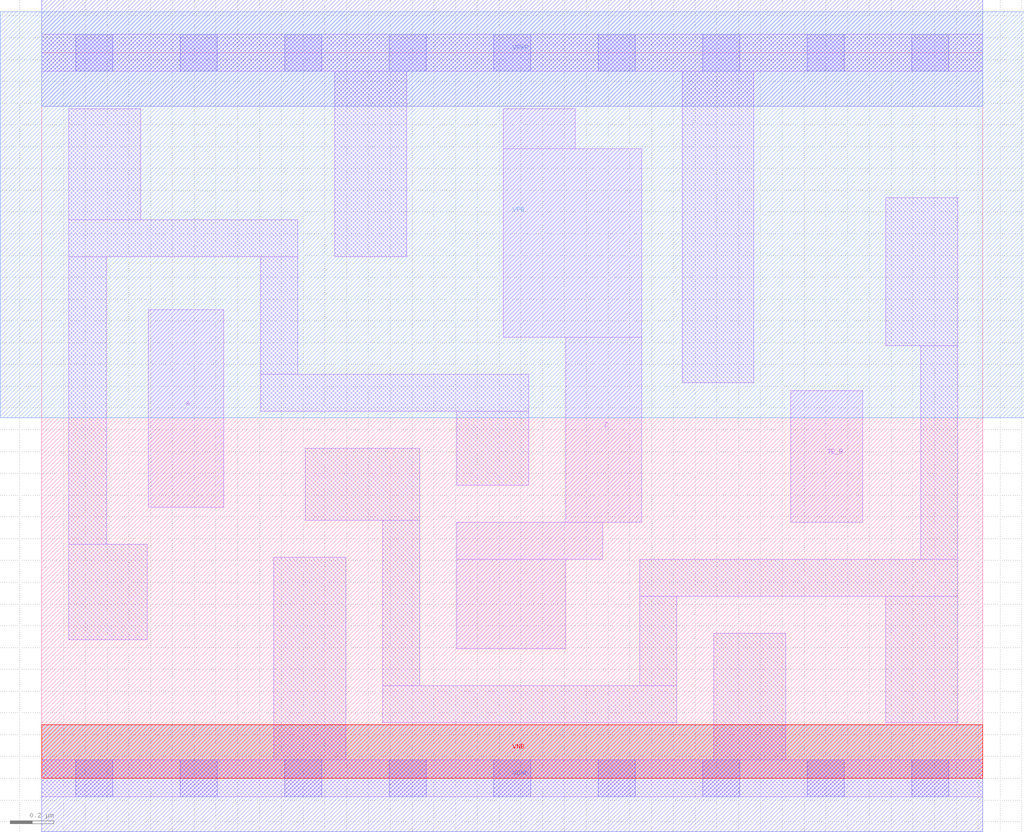
<source format=lef>
# Copyright 2020 The SkyWater PDK Authors
#
# Licensed under the Apache License, Version 2.0 (the "License");
# you may not use this file except in compliance with the License.
# You may obtain a copy of the License at
#
#     https://www.apache.org/licenses/LICENSE-2.0
#
# Unless required by applicable law or agreed to in writing, software
# distributed under the License is distributed on an "AS IS" BASIS,
# WITHOUT WARRANTIES OR CONDITIONS OF ANY KIND, either express or implied.
# See the License for the specific language governing permissions and
# limitations under the License.
#
# SPDX-License-Identifier: Apache-2.0

VERSION 5.7 ;
  NOWIREEXTENSIONATPIN ON ;
  DIVIDERCHAR "/" ;
  BUSBITCHARS "[]" ;
MACRO sky130_fd_sc_lp__ebufn_lp
  CLASS CORE ;
  FOREIGN sky130_fd_sc_lp__ebufn_lp ;
  ORIGIN  0.000000  0.000000 ;
  SIZE  4.320000 BY  3.330000 ;
  SYMMETRY X Y R90 ;
  SITE unit ;
  PIN A
    ANTENNAGATEAREA  0.318000 ;
    DIRECTION INPUT ;
    USE SIGNAL ;
    PORT
      LAYER li1 ;
        RECT 0.490000 1.245000 0.835000 2.150000 ;
    END
  END A
  PIN TE_B
    ANTENNAGATEAREA  0.507000 ;
    DIRECTION INPUT ;
    USE SIGNAL ;
    PORT
      LAYER li1 ;
        RECT 3.440000 1.175000 3.770000 1.780000 ;
    END
  END TE_B
  PIN Z
    ANTENNADIFFAREA  0.598500 ;
    DIRECTION OUTPUT ;
    USE SIGNAL ;
    PORT
      LAYER li1 ;
        RECT 1.905000 0.595000 2.405000 1.005000 ;
        RECT 1.905000 1.005000 2.575000 1.175000 ;
        RECT 2.120000 2.025000 2.755000 2.890000 ;
        RECT 2.120000 2.890000 2.450000 3.075000 ;
        RECT 2.405000 1.175000 2.755000 2.025000 ;
    END
  END Z
  PIN VGND
    DIRECTION INOUT ;
    USE GROUND ;
    PORT
      LAYER met1 ;
        RECT 0.000000 -0.245000 4.320000 0.245000 ;
    END
  END VGND
  PIN VNB
    DIRECTION INOUT ;
    USE GROUND ;
    PORT
      LAYER pwell ;
        RECT 0.000000 0.000000 4.320000 0.245000 ;
    END
  END VNB
  PIN VPB
    DIRECTION INOUT ;
    USE POWER ;
    PORT
      LAYER nwell ;
        RECT -0.190000 1.655000 4.510000 3.520000 ;
    END
  END VPB
  PIN VPWR
    DIRECTION INOUT ;
    USE POWER ;
    PORT
      LAYER met1 ;
        RECT 0.000000 3.085000 4.320000 3.575000 ;
    END
  END VPWR
  OBS
    LAYER li1 ;
      RECT 0.000000 -0.085000 4.320000 0.085000 ;
      RECT 0.000000  3.245000 4.320000 3.415000 ;
      RECT 0.125000  0.635000 0.485000 1.075000 ;
      RECT 0.125000  1.075000 0.295000 2.395000 ;
      RECT 0.125000  2.395000 1.175000 2.565000 ;
      RECT 0.125000  2.565000 0.455000 3.075000 ;
      RECT 1.005000  1.685000 2.235000 1.855000 ;
      RECT 1.005000  1.855000 1.175000 2.395000 ;
      RECT 1.065000  0.085000 1.395000 1.015000 ;
      RECT 1.210000  1.185000 1.735000 1.515000 ;
      RECT 1.345000  2.395000 1.675000 3.245000 ;
      RECT 1.565000  0.255000 2.915000 0.425000 ;
      RECT 1.565000  0.425000 1.735000 1.185000 ;
      RECT 1.905000  1.345000 2.235000 1.685000 ;
      RECT 2.745000  0.425000 2.915000 0.835000 ;
      RECT 2.745000  0.835000 4.205000 1.005000 ;
      RECT 2.940000  1.815000 3.270000 3.245000 ;
      RECT 3.085000  0.085000 3.415000 0.665000 ;
      RECT 3.875000  0.255000 4.205000 0.835000 ;
      RECT 3.875000  1.985000 4.205000 2.665000 ;
      RECT 4.035000  1.005000 4.205000 1.985000 ;
    LAYER mcon ;
      RECT 0.155000 -0.085000 0.325000 0.085000 ;
      RECT 0.155000  3.245000 0.325000 3.415000 ;
      RECT 0.635000 -0.085000 0.805000 0.085000 ;
      RECT 0.635000  3.245000 0.805000 3.415000 ;
      RECT 1.115000 -0.085000 1.285000 0.085000 ;
      RECT 1.115000  3.245000 1.285000 3.415000 ;
      RECT 1.595000 -0.085000 1.765000 0.085000 ;
      RECT 1.595000  3.245000 1.765000 3.415000 ;
      RECT 2.075000 -0.085000 2.245000 0.085000 ;
      RECT 2.075000  3.245000 2.245000 3.415000 ;
      RECT 2.555000 -0.085000 2.725000 0.085000 ;
      RECT 2.555000  3.245000 2.725000 3.415000 ;
      RECT 3.035000 -0.085000 3.205000 0.085000 ;
      RECT 3.035000  3.245000 3.205000 3.415000 ;
      RECT 3.515000 -0.085000 3.685000 0.085000 ;
      RECT 3.515000  3.245000 3.685000 3.415000 ;
      RECT 3.995000 -0.085000 4.165000 0.085000 ;
      RECT 3.995000  3.245000 4.165000 3.415000 ;
  END
END sky130_fd_sc_lp__ebufn_lp
END LIBRARY

</source>
